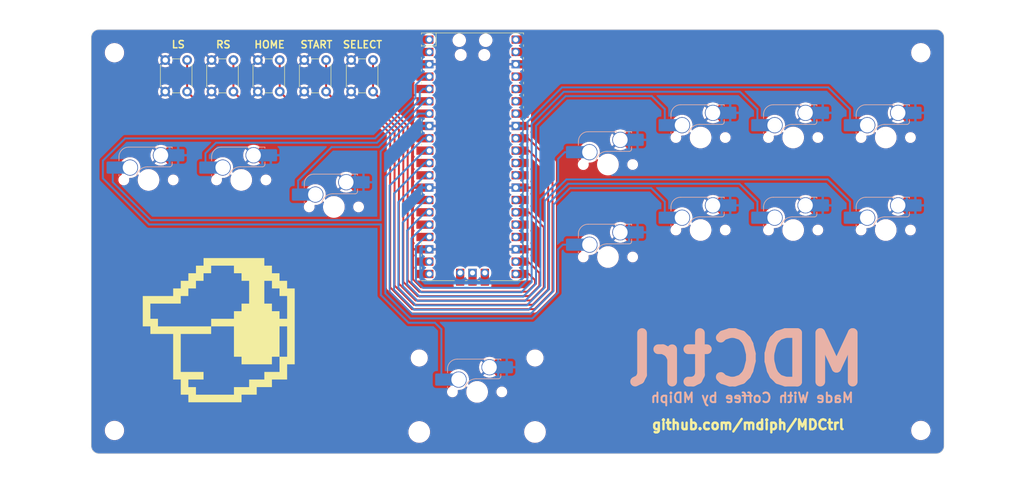
<source format=kicad_pcb>
(kicad_pcb (version 20221018) (generator pcbnew)
  (title_block (title "MDBox - Opens Source Fighting Game Controller") (date "2023-02-22") (rev "1") (company "MDiph"))
  (layers (0 "F.Cu" signal) (31 "B.Cu" signal) (34 "B.Paste" user) (35 "F.Paste" user) (36 "B.SilkS" user "B.Silkscreen") (37 "F.SilkS" user "F.Silkscreen") (38 "B.Mask" user) (39 "F.Mask" user) (44 "Edge.Cuts" user))
  (net 0 "")
  (net 1 "GND")
  (net 2 "B1")
  (net 5 "B2")
  (net 6 "R2")
  (net 7 "L2")
  (net 8 "B3")
  (net 9 "B4")
  (net 10 "R1")
  (net 11 "L1")
  (net 12 "LEFT")
  (net 13 "DOWN")
  (net 14 "RIGHT")
  (net 15 "UP")
  (net 18 "START")
  (net 19 "SELECT")
  (net 22 "HOME")
  (net 26 "RS Toggle")
  (net 27 "LS Toggle")
  (footprint "MountingHole:MountingHole_3.5mm" (layer "F.Cu") (at 67.46875 56.35625)
    (fp_text reference "H1" hide)
    (fp_text value "MountingHole")
    (pad "" np_thru_hole circle (at 0 0) (size 3.5 3.5) (drill 3.5) (layers "*.Cu" "*.Mask"))
  )
  (footprint "Button_Switch_THT:SW_PUSH_6mm_H5mm" (layer "F.Cu") (at 82.41875 57.86875 -90)
    (fp_text reference "SW17" hide)
    (fp_text value "SW_Omron_B3FS")
    (pad "1" thru_hole circle (at 0 0) (size 2 2) (drill 1.1) (layers "*.Cu" "*.Mask") (net 27 "LS Toggle"))
    (pad "1" thru_hole circle (at 6.5 0) (size 2 2) (drill 1.1) (layers "*.Cu" "*.Mask") (net 27 "LS Toggle"))
    (pad "2" thru_hole circle (at 0 4.5) (size 2 2) (drill 1.1) (layers "*.Cu" "*.Mask") (net 1 "GND"))
    (pad "2" thru_hole circle (at 6.5 4.5) (size 2 2) (drill 1.1) (layers "*.Cu" "*.Mask") (net 1 "GND"))
  )
  (footprint "MountingHole:MountingHole_3.5mm" (layer "F.Cu") (at 233.3625 134.14375)
    (fp_text reference "H3" hide)
    (fp_text value "MountingHole")
    (pad "" np_thru_hole circle (at 0 0) (size 3.5 3.5) (drill 3.5) (layers "*.Cu" "*.Mask"))
  )
  (footprint "MDBox-MAIN:test2" (layer "F.Cu") (at 90.4875 112.7125)
    (fp_text reference "G***" hide)
    (fp_text value "LOGO" hide)
  )
  (footprint "Button_Switch_THT:SW_PUSH_6mm_H5mm" (layer "F.Cu") (at 91.94375 57.86875 -90)
    (fp_text reference "SW16" hide)
    (fp_text value "SW_Omron_B3FS")
    (pad "1" thru_hole circle (at 0 0) (size 2 2) (drill 1.1) (layers "*.Cu" "*.Mask") (net 26 "RS Toggle"))
    (pad "1" thru_hole circle (at 6.5 0) (size 2 2) (drill 1.1) (layers "*.Cu" "*.Mask") (net 26 "RS Toggle"))
    (pad "2" thru_hole circle (at 0 4.5) (size 2 2) (drill 1.1) (layers "*.Cu" "*.Mask") (net 1 "GND"))
    (pad "2" thru_hole circle (at 6.5 4.5) (size 2 2) (drill 1.1) (layers "*.Cu" "*.Mask") (net 1 "GND"))
  )
  (footprint "MountingHole:MountingHole_3.5mm" (layer "F.Cu") (at 233.3625 56.35625)
    (fp_text reference "H4" hide)
    (fp_text value "MountingHole")
    (pad "" np_thru_hole circle (at 0 0) (size 3.5 3.5) (drill 3.5) (layers "*.Cu" "*.Mask"))
  )
  (footprint "marbastlib-mx:STAB_MX_2u" (layer "F.Cu") (at 142.08125 126.20625)
    (fp_text reference "S1" hide)
    (fp_text value "MX_stab")
    (pad "" np_thru_hole circle (at -11.90625 -6.985) (size 3.048 3.048) (drill 3.048) (layers "*.Cu" "*.Mask"))
    (pad "" np_thru_hole circle (at -11.90625 8.255) (size 3.9878 3.9878) (drill 3.9878) (layers "*.Cu" "*.Mask"))
    (pad "" np_thru_hole circle (at 11.90625 -6.985) (size 3.048 3.048) (drill 3.048) (layers "*.Cu" "*.Mask"))
    (pad "" np_thru_hole circle (at 11.90625 8.255) (size 3.9878 3.9878) (drill 3.9878) (layers "*.Cu" "*.Mask"))
  )
  (footprint "Button_Switch_THT:SW_PUSH_6mm_H5mm" (layer "F.Cu") (at 101.46875 57.86875 -90)
    (fp_text reference "SW15" hide)
    (fp_text value "SW_Omron_B3FS")
    (pad "1" thru_hole circle (at 0 0) (size 2 2) (drill 1.1) (layers "*.Cu" "*.Mask") (net 22 "HOME"))
    (pad "1" thru_hole circle (at 6.5 0) (size 2 2) (drill 1.1) (layers "*.Cu" "*.Mask") (net 22 "HOME"))
    (pad "2" thru_hole circle (at 0 4.5) (size 2 2) (drill 1.1) (layers "*.Cu" "*.Mask") (net 1 "GND"))
    (pad "2" thru_hole circle (at 6.5 4.5) (size 2 2) (drill 1.1) (layers "*.Cu" "*.Mask") (net 1 "GND"))
  )
  (footprint "Button_Switch_THT:SW_PUSH_6mm_H5mm" (layer "F.Cu") (at 111.0125 57.86875 -90)
    (fp_text reference "SW13" hide)
    (fp_text value "SW_Omron_B3FS")
    (pad "1" thru_hole circle (at 0 0) (size 2 2) (drill 1.1) (layers "*.Cu" "*.Mask") (net 18 "START"))
    (pad "1" thru_hole circle (at 6.5 0) (size 2 2) (drill 1.1) (layers "*.Cu" "*.Mask") (net 18 "START"))
    (pad "2" thru_hole circle (at 0 4.5) (size 2 2) (drill 1.1) (layers "*.Cu" "*.Mask") (net 1 "GND"))
    (pad "2" thru_hole circle (at 6.5 4.5) (size 2 2) (drill 1.1) (layers "*.Cu" "*.Mask") (net 1 "GND"))
  )
  (footprint "MCU_RaspberryPi_and_Boards:RPi_Pico_SMD_TH" (layer "F.Cu") (at 141.12875 77.7875)
    (fp_text reference "U1" hide)
    (fp_text value "Pico" hide)
    (pad "" np_thru_hole oval (at -2.725 -24) (size 1.8 1.8) (drill 1.8) (layers "*.Cu" "*.Mask"))
    (pad "" np_thru_hole oval (at -2.425 -20.97) (size 1.5 1.5) (drill 1.5) (layers "*.Cu" "*.Mask"))
    (pad "" np_thru_hole oval (at 2.425 -20.97) (size 1.5 1.5) (drill 1.5) (layers "*.Cu" "*.Mask"))
    (pad "" np_thru_hole oval (at 2.725 -24) (size 1.8 1.8) (drill 1.8) (layers "*.Cu" "*.Mask"))
    (pad "1" thru_hole oval (at -8.89 -24.13) (size 1.7 1.7) (drill 1.02) (layers "*.Cu" "*.Mask"))
    (pad "1" smd rect (at -8.89 -24.13) (size 3.5 1.7) (drill (offset -0.9 0)) (layers "F.Cu" "F.Mask"))
    (pad "2" thru_hole oval (at -8.89 -21.59) (size 1.7 1.7) (drill 1.02) (layers "*.Cu" "*.Mask"))
    (pad "2" smd rect (at -8.89 -21.59) (size 3.5 1.7) (drill (offset -0.9 0)) (layers "F.Cu" "F.Mask"))
    (pad "3" thru_hole rect (at -8.89 -19.05) (size 1.7 1.7) (drill 1.02) (layers "*.Cu" "*.Mask") (net 1 "GND"))
    (pad "3" smd rect (at -8.89 -19.05) (size 3.5 1.7) (drill (offset -0.9 0)) (layers "F.Cu" "F.Mask") (net 1 "GND"))
    (pad "4" thru_hole oval (at -8.89 -16.51) (size 1.7 1.7) (drill 1.02) (layers "*.Cu" "*.Mask") (net 15 "UP"))
    (pad "4" smd rect (at -8.89 -16.51) (size 3.5 1.7) (drill (offset -0.9 0)) (layers "F.Cu" "F.Mask") (net 15 "UP"))
    (pad "5" thru_hole oval (at -8.89 -13.97) (size 1.7 1.7) (drill 1.02) (layers "*.Cu" "*.Mask") (net 13 "DOWN"))
    (pad "5" smd rect (at -8.89 -13.97) (size 3.5 1.7) (drill (offset -0.9 0)) (layers "F.Cu" "F.Mask") (net 13 "DOWN"))
    (pad "6" thru_hole oval (at -8.89 -11.43) (size 1.7 1.7) (drill 1.02) (layers "*.Cu" "*.Mask") (net 14 "RIGHT"))
    (pad "6" smd rect (at -8.89 -11.43) (size 3.5 1.7) (drill (offset -0.9 0)) (layers "F.Cu" "F.Mask") (net 14 "RIGHT"))
    (pad "7" thru_hole oval (at -8.89 -8.89) (size 1.7 1.7) (drill 1.02) (layers "*.Cu" "*.Mask") (net 12 "LEFT"))
    (pad "7" smd rect (at -8.89 -8.89) (size 3.5 1.7) (drill (offset -0.9 0)) (layers "F.Cu" "F.Mask") (net 12 "LEFT"))
    (pad "8" thru_hole rect (at -8.89 -6.35) (size 1.7 1.7) (drill 1.02) (layers "*.Cu" "*.Mask") (net 1 "GND"))
    (pad "8" smd rect (at -8.89 -6.35) (size 3.5 1.7) (drill (offset -0.9 0)) (layers "F.Cu" "F.Mask") (net 1 "GND"))
    (pad "9" thru_hole oval (at -8.89 -3.81) (size 1.7 1.7) (drill 1.02) (layers "*.Cu" "*.Mask") (net 2 "B1"))
    (pad "9" smd rect (at -8.89 -3.81) (size 3.5 1.7) (drill (offset -0.9 0)) (layers "F.Cu" "F.Mask") (net 2 "B1"))
    (pad "10" thru_hole oval (at -8.89 -1.27) (size 1.7 1.7) (drill 1.02) (layers "*.Cu" "*.Mask") (net 5 "B2"))
    (pad "10" smd rect (at -8.89 -1.27) (size 3.5 1.7) (drill (offset -0.9 0)) (layers "F.Cu" "F.Mask") (net 5 "B2"))
    (pad "11" thru_hole oval (at -8.89 1.27) (size 1.7 1.7) (drill 1.02) (layers "*.Cu" "*.Mask") (net 6 "R2"))
    (pad "11" smd rect (at -8.89 1.27) (size 3.5 1.7) (drill (offset -0.9 0)) (layers "F.Cu" "F.Mask") (net 6 "R2"))
    (pad "12" thru_hole oval (at -8.89 3.81) (size 1.7 1.7) (drill 1.02) (layers "*.Cu" "*.Mask") (net 7 "L2"))
    (pad "12" smd rect (at -8.89 3.81) (size 3.5 1.7) (drill (offset -0.9 0)) (layers "F.Cu" "F.Mask") (net 7 "L2"))
    (pad "13" thru_hole rect (at -8.89 6.35) (size 1.7 1.7) (drill 1.02) (layers "*.Cu" "*.Mask") (net 1 "GND"))
    (pad "13" smd rect (at -8.89 6.35) (size 3.5 1.7) (drill (offset -0.9 0)) (layers "F.Cu" "F.Mask") (net 1 "GND"))
    (pad "14" thru_hole oval (at -8.89 8.89) (size 1.7 1.7) (drill 1.02) (layers "*.Cu" "*.Mask") (net 8 "B3"))
    (pad "14" smd rect (at -8.89 8.89) (size 3.5 1.7) (drill (offset -0.9 0)) (layers "F.Cu" "F.Mask") (net 8 "B3"))
    (pad "15" thru_hole oval (at -8.89 11.43) (size 1.7 1.7) (drill 1.02) (layers "*.Cu" "*.Mask") (net 9 "B4"))
    (pad "15" smd rect (at -8.89 11.43) (size 3.5 1.7) (drill (offset -0.9 0)) (layers "F.Cu" "F.Mask") (net 9 "B4"))
    (pad "16" thru_hole oval (at -8.89 13.97) (size 1.7 1.7) (drill 1.02) (layers "*.Cu" "*.Mask") (net 10 "R1"))
    (pad "16" smd rect (at -8.89 13.97) (size 3.5 1.7) (drill (offset -0.9 0)) (layers "F.Cu" "F.Mask") (net 10 "R1"))
    (pad "17" thru_hole oval (at -8.89 16.51) (size 1.7 1.7) (drill 1.02) (layers "*.Cu" "*.Mask") (net 11 "L1"))
    (pad "17" smd rect (at -8.89 16.51) (size 3.5 1.7) (drill (offset -0.9 0)) (layers "F.Cu" "F.Mask") (net 11 "L1"))
    (pad "18" thru_hole rect (at -8.89 19.05) (size 1.7 1.7) (drill 1.02) (layers "*.Cu" "*.Mask") (net 1 "GND"))
    (pad "18" smd rect (at -8.89 19.05) (size 3.5 1.7) (drill (offset -0.9 0)) (layers "F.Cu" "F.Mask") (net 1 "GND"))
    (pad "19" thru_hole oval (at -8.89 21.59) (size 1.7 1.7) (drill 1.02) (layers "*.Cu" "*.Mask"))
    (pad "19" smd rect (at -8.89 21.59) (size 3.5 1.7) (drill (offset -0.9 0)) (layers "F.Cu" "F.Mask"))
    (pad "20" thru_hole oval (at -8.89 24.13) (size 1.7 1.7) (drill 1.02) (layers "*.Cu" "*.Mask"))
    (pad "20" smd rect (at -8.89 24.13) (size 3.5 1.7) (drill (offset -0.9 0)) (layers "F.Cu" "F.Mask"))
    (pad "21" thru_hole oval (at 8.89 24.13) (size 1.7 1.7) (drill 1.02) (layers "*.Cu" "*.Mask") (net 19 "SELECT"))
    (pad "21" smd rect (at 8.89 24.13) (size 3.5 1.7) (drill (offset 0.9 0)) (layers "F.Cu" "F.Mask") (net 19 "SELECT"))
    (pad "22" thru_hole oval (at 8.89 21.59) (size 1.7 1.7) (drill 1.02) (layers "*.Cu" "*.Mask") (net 18 "START"))
    (pad "22" smd rect (at 8.89 21.59) (size 3.5 1.7) (drill (offset 0.9 0)) (layers "F.Cu" "F.Mask") (net 18 "START"))
    (pad "23" thru_hole rect (at 8.89 19.05) (size 1.7 1.7) (drill 1.02) (layers "*.Cu" "*.Mask") (net 1 "GND"))
    (pad "23" smd rect (at 8.89 19.05) (size 3.5 1.7) (drill (offset 0.9 0)) (layers "F.Cu" "F.Mask") (net 1 "GND"))
    (pad "24" thru_hole oval (at 8.89 16.51) (size 1.7 1.7) (drill 1.02) (layers "*.Cu" "*.Mask"))
    (pad "24" smd rect (at 8.89 16.51) (size 3.5 1.7) (drill (offset 0.9 0)) (layers "F.Cu" "F.Mask"))
    (pad "25" thru_hole oval (at 8.89 13.97) (size 1.7 1.7) (drill 1.02) (layers "*.Cu" "*.Mask"))
    (pad "25" smd rect (at 8.89 13.97) (size 3.5 1.7) (drill (offset 0.9 0)) (layers "F.Cu" "F.Mask"))
    (pad "26" thru_hole oval (at 8.89 11.43) (size 1.7 1.7) (drill 1.02) (layers "*.Cu" "*.Mask") (net 22 "HOME"))
    (pad "26" smd rect (at 8.89 11.43) (size 3.5 1.7) (drill (offset 0.9 0)) (layers "F.Cu" "F.Mask") (net 22 "HOME"))
    (pad "27" thru_hole oval (at 8.89 8.89) (size 1.7 1.7) (drill 1.02) (layers "*.Cu" "*.Mask"))
    (pad "27" smd rect (at 8.89 8.89) (size 3.5 1.7) (drill (offset 0.9 0)) (layers "F.Cu" "F.Mask"))
    (pad "28" thru_hole rect (at 8.89 6.35) (size 1.7 1.7) (drill 1.02) (layers "*.Cu" "*.Mask") (net 1 "GND"))
    (pad "28" smd rect (at 8.89 6.35) (size 3.5 1.7) (drill (offset 0.9 0)) (layers "F.Cu" "F.Mask") (net 1 "GND"))
    (pad "29" thru_hole oval (at 8.89 3.81) (size 1.7 1.7) (drill 1.02) (layers "*.Cu" "*.Mask"))
    (pad "29" smd rect (at 8.89 3.81) (size 3.5 1.7) (drill (offset 0.9 0)) (layers "F.Cu" "F.Mask"))
    (pad "30" thru_hole oval (at 8.89 1.27) (size 1.7 1.7) (drill 1.02) (layers "*.Cu" "*.Mask"))
    (pad "30" smd rect (at 8.89 1.27) (size 3.5 1.7) (drill (offset 0.9 0)) (layers "F.Cu" "F.Mask"))
    (pad "31" thru_hole oval (at 8.89 -1.27) (size 1.7 1.7) (drill 1.02) (layers "*.Cu" "*.Mask") (net 26 "RS Toggle"))
    (pad "31" smd rect (at 8.89 -1.27) (size 3.5 1.7) (drill (offset 0.9 0)) (layers "F.Cu" "F.Mask") (net 26 "RS Toggle"))
    (pad "32" thru_hole oval (at 8.89 -3.81) (size 1.7 1.7) (drill 1.02) (layers "*.Cu" "*.Mask") (net 27 "LS Toggle"))
    (pad "32" smd rect (at 8.89 -3.81) (size 3.5 1.7) (drill (offset 0.9 0)) (layers "F.Cu" "F.Mask") (net 27 "LS Toggle"))
    (pad "33" thru_hole rect (at 8.89 -6.35) (size 1.7 1.7) (drill 1.02) (layers "*.Cu" "*.Mask") (net 1 "GND"))
    (pad "33" smd rect (at 8.89 -6.35) (size 3.5 1.7) (drill (offset 0.9 0)) (layers "F.Cu" "F.Mask") (net 1 "GND"))
    (pad "34" thru_hole oval (at 8.89 -8.89) (size 1.7 1.7) (drill 1.02) (layers "*.Cu" "*.Mask"))
    (pad "34" smd rect (at 8.89 -8.89) (size 3.5 1.7) (drill (offset 0.9 0)) (layers "F.Cu" "F.Mask"))
    (pad "35" thru_hole oval (at 8.89 -11.43) (size 1.7 1.7) (drill 1.02) (layers "*.Cu" "*.Mask"))
    (pad "35" smd rect (at 8.89 -11.43) (size 3.5 1.7) (drill (offset 0.9 0)) (layers "F.Cu" "F.Mask"))
    (pad "36" thru_hole oval (at 8.89 -13.97) (size 1.7 1.7) (drill 1.02) (layers "*.Cu" "*.Mask"))
    (pad "36" smd rect (at 8.89 -13.97) (size 3.5 1.7) (drill (offset 0.9 0)) (layers "F.Cu" "F.Mask"))
    (pad "37" thru_hole oval (at 8.89 -16.51) (size 1.7 1.7) (drill 1.02) (layers "*.Cu" "*.Mask"))
    (pad "37" smd rect (at 8.89 -16.51) (size 3.5 1.7) (drill (offset 0.9 0)) (layers "F.Cu" "F.Mask"))
    (pad "38" thru_hole rect (at 8.89 -19.05) (size 1.7 1.7) (drill 1.02) (layers "*.Cu" "*.Mask") (net 1 "GND"))
    (pad "38" smd rect (at 8.89 -19.05) (size 3.5 1.7) (drill (offset 0.9 0)) (layers "F.Cu" "F.Mask") (net 1 "GND"))
    (pad "39" thru_hole oval (at 8.89 -21.59) (size 1.7 1.7) (drill 1.02) (layers "*.Cu" "*.Mask"))
    (pad "39" smd rect (at 8.89 -21.59) (size 3.5 1.7) (drill (offset 0.9 0)) (layers "F.Cu" "F.Mask"))
    (pad "40" thru_hole oval (at 8.89 -24.13) (size 1.7 1.7) (drill 1.02) (layers "*.Cu" "*.Mask"))
    (pad "40" smd rect (at 8.89 -24.13) (size 3.5 1.7) (drill (offset 0.9 0)) (layers "F.Cu" "F.Mask"))
    (pad "41" thru_hole oval (at -2.54 23.9) (size 1.7 1.7) (drill 1.02) (layers "*.Cu" "*.Mask"))
    (pad "41" smd rect (at -2.54 23.9 90) (size 3.5 1.7) (drill (offset -0.9 0)) (layers "F.Cu" "F.Mask"))
    (pad "42" thru_hole rect (at 0 23.9) (size 1.7 1.7) (drill 1.02) (layers "*.Cu" "*.Mask"))
    (pad "42" smd rect (at 0 23.9 90) (size 3.5 1.7) (drill (offset -0.9 0)) (layers "F.Cu" "F.Mask"))
    (pad "43" thru_hole oval (at 2.54 23.9) (size 1.7 1.7) (drill 1.02) (layers "*.Cu" "*.Mask"))
    (pad "43" smd rect (at 2.54 23.9 90) (size 3.5 1.7) (drill (offset -0.9 0)) (layers "F.Cu" "F.Mask"))
  )
  (footprint "Button_Switch_THT:SW_PUSH_6mm_H5mm" (layer "F.Cu") (at 120.66875 57.86875 -90)
    (fp_text reference "SW14" hide)
    (fp_text value "SW_Omron_B3FS")
    (pad "1" thru_hole circle (at 0 0) (size 2 2) (drill 1.1) (layers "*.Cu" "*.Mask") (net 19 "SELECT"))
    (pad "1" thru_hole circle (at 6.5 0) (size 2 2) (drill 1.1) (layers "*.Cu" "*.Mask") (net 19 "SELECT"))
    (pad "2" thru_hole circle (at 0 4.5) (size 2 2) (drill 1.1) (layers "*.Cu" "*.Mask") (net 1 "GND"))
    (pad "2" thru_hole circle (at 6.5 4.5) (size 2 2) (drill 1.1) (layers "*.Cu" "*.Mask") (net 1 "GND"))
  )
  (footprint "MountingHole:MountingHole_3.5mm" (layer "F.Cu") (at 67.46875 134.14375)
    (fp_text reference "H2" hide)
    (fp_text value "MountingHole")
    (pad "" np_thru_hole circle (at 0 0) (size 3.5 3.5) (drill 3.5) (layers "*.Cu" "*.Mask"))
  )
  (footprint "marbastlib-mx:SW_MX_HS_1u" (layer "B.Cu") (at 169 98.425 180)
    (fp_text reference "SW1" hide)
    (fp_text value "MX_SW_HS" hide)
    (pad "" np_thru_hole circle (at -5.08 0 180) (size 1.75 1.75) (drill 1.75) (layers "*.Cu" "*.Mask"))
    (pad "" np_thru_hole circle (at 0 0 180) (size 3.9878 3.9878) (drill 3.9878) (layers "*.Cu" "*.Mask"))
    (pad "" np_thru_hole circle (at 5.08 0 180) (size 1.75 1.75) (drill 1.75) (layers "*.Cu" "*.Mask"))
    (pad "1" thru_hole circle (at 3.81 2.54 180) (size 3.3 3.3) (drill 3) (layers "*.Cu" "*.Mask") (net 2 "B1"))
    (pad "1" smd rect (at 5.635 2.54) (size 1.65 2.5) (layers "B.Cu") (net 2 "B1"))
    (pad "1" smd roundrect (at 7.36 2.54 180) (size 2.55 2.5) (layers "B.Cu" "B.Paste" "B.Mask") (roundrect_rratio 0.1) (net 2 "B1"))
    (pad "2" smd roundrect (at -6.09 5.08 180) (size 2.55 2.5) (layers "B.Cu" "B.Paste" "B.Mask") (roundrect_rratio 0.1) (net 1 "GND"))
    (pad "2" smd rect (at -4.34 5.08 180) (size 1.65 2.5) (layers "B.Cu") (net 1 "GND"))
    (pad "2" thru_hole circle (at -2.54 5.08 180) (size 3.3 3.3) (drill 3) (layers "*.Cu" "*.Mask") (net 1 "GND"))
  )
  (footprint "marbastlib-mx:SW_MX_HS_1u" (layer "B.Cu") (at 74.48 82.55 180)
    (fp_text reference "SW9" hide)
    (fp_text value "MX_SW_HS" hide)
    (pad "" np_thru_hole circle (at -5.08 0 180) (size 1.75 1.75) (drill 1.75) (layers "*.Cu" "*.Mask"))
    (pad "" np_thru_hole circle (at 0 0 180) (size 3.9878 3.9878) (drill 3.9878) (layers "*.Cu" "*.Mask"))
    (pad "" np_thru_hole circle (at 5.08 0 180) (size 1.75 1.75) (drill 1.75) (layers "*.Cu" "*.Mask"))
    (pad "1" thru_hole circle (at 3.81 2.54 180) (size 3.3 3.3) (drill 3) (layers "*.Cu" "*.Mask") (net 12 "LEFT"))
    (pad "1" smd rect (at 5.635 2.54) (size 1.65 2.5) (layers "B.Cu") (net 12 "LEFT"))
    (pad "1" smd roundrect (at 7.36 2.54 180) (size 2.55 2.5) (layers "B.Cu" "B.Paste" "B.Mask") (roundrect_rratio 0.1) (net 12 "LEFT"))
    (pad "2" smd roundrect (at -6.09 5.08 180) (size 2.55 2.5) (layers "B.Cu" "B.Paste" "B.Mask") (roundrect_rratio 0.1) (net 1 "GND"))
    (pad "2" smd rect (at -4.34 5.08 180) (size 1.65 2.5) (layers "B.Cu") (net 1 "GND"))
    (pad "2" thru_hole circle (at -2.54 5.08 180) (size 3.3 3.3) (drill 3) (layers "*.Cu" "*.Mask") (net 1 "GND"))
  )
  (footprint "marbastlib-mx:SW_MX_HS_1u" (layer "B.Cu") (at 226.15 92.86875 180)
    (fp_text reference "SW4" hide)
    (fp_text value "MX_SW_HS" hide)
    (pad "" np_thru_hole circle (at -5.08 0 180) (size 1.75 1.75) (drill 1.75) (layers "*.Cu" "*.Mask"))
    (pad "" np_thru_hole circle (at 0 0 180) (size 3.9878 3.9878) (drill 3.9878) (layers "*.Cu" "*.Mask"))
    (pad "" np_thru_hole circle (at 5.08 0 180) (size 1.75 1.75) (drill 1.75) (layers "*.Cu" "*.Mask"))
    (pad "1" thru_hole circle (at 3.81 2.54 180) (size 3.3 3.3) (drill 3) (layers "*.Cu" "*.Mask") (net 7 "L2"))
    (pad "1" smd rect (at 5.635 2.54) (size 1.65 2.5) (layers "B.Cu") (net 7 "L2"))
    (pad "1" smd roundrect (at 7.36 2.54 180) (size 2.55 2.5) (layers "B.Cu" "B.Paste" "B.Mask") (roundrect_rratio 0.1) (net 7 "L2"))
    (pad "2" smd roundrect (at -6.09 5.08 180) (size 2.55 2.5) (layers "B.Cu" "B.Paste" "B.Mask") (roundrect_rratio 0.1) (net 1 "GND"))
    (pad "2" smd rect (at -4.34 5.08 180) (size 1.65 2.5) (layers "B.Cu") (net 1 "GND"))
    (pad "2" thru_hole circle (at -2.54 5.08 180) (size 3.3 3.3) (drill 3) (layers "*.Cu" "*.Mask") (net 1 "GND"))
  )
  (footprint "marbastlib-mx:SW_MX_HS_1u" (layer "B.Cu") (at 169 79.375 180)
    (fp_text reference "SW5" hide)
    (fp_text value "MX_SW_HS" hide)
    (pad "" np_thru_hole circle (at -5.08 0 180) (size 1.75 1.75) (drill 1.75) (layers "*.Cu" "*.Mask"))
    (pad "" np_thru_hole circle (at 0 0 180) (size 3.9878 3.9878) (drill 3.9878) (layers "*.Cu" "*.Mask"))
    (pad "" np_thru_hole circle (at 5.08 0 180) (size 1.75 1.75) (drill 1.75) (layers "*.Cu" "*.Mask"))
    (pad "1" thru_hole circle (at 3.81 2.54 180) (size 3.3 3.3) (drill 3) (layers "*.Cu" "*.Mask") (net 8 "B3"))
    (pad "1" smd rect (at 5.635 2.54) (size 1.65 2.5) (layers "B.Cu") (net 8 "B3"))
    (pad "1" smd roundrect (at 7.36 2.54 180) (size 2.55 2.5) (layers "B.Cu" "B.Paste" "B.Mask") (roundrect_rratio 0.1) (net 8 "B3"))
    (pad "2" smd roundrect (at -6.09 5.08 180) (size 2.55 2.5) (layers "B.Cu" "B.Paste" "B.Mask") (roundrect_rratio 0.1) (net 1 "GND"))
    (pad "2" smd rect (at -4.34 5.08 180) (size 1.65 2.5) (layers "B.Cu") (net 1 "GND"))
    (pad "2" thru_hole circle (at -2.54 5.08 180) (size 3.3 3.3) (drill 3) (layers "*.Cu" "*.Mask") (net 1 "GND"))
  )
  (footprint "marbastlib-mx:SW_MX_HS_1u" (layer "B.Cu") (at 112.61 88.10625 180)
    (fp_text reference "SW11" hide)
    (fp_text value "MX_SW_HS" hide)
    (pad "" np_thru_hole circle (at -5.08 0 180) (size 1.75 1.75) (drill 1.75) (layers "*.Cu" "*.Mask"))
    (pad "" np_thru_hole circle (at 0 0 180) (size 3.9878 3.9878) (drill 3.9878) (layers "*.Cu" "*.Mask"))
    (pad "" np_thru_hole circle (at 5.08 0 180) (size 1.75 1.75) (drill 1.75) (layers "*.Cu" "*.Mask"))
    (pad "1" thru_hole circle (at 3.81 2.54 180) (size 3.3 3.3) (drill 3) (layers "*.Cu" "*.Mask") (net 14 "RIGHT"))
    (pad "1" smd rect (at 5.635 2.54) (size 1.65 2.5) (layers "B.Cu") (net 14 "RIGHT"))
    (pad "1" smd roundrect (at 7.36 2.54 180) (size 2.55 2.5) (layers "B.Cu" "B.Paste" "B.Mask") (roundrect_rratio 0.1) (net 14 "RIGHT"))
    (pad "2" smd roundrect (at -6.09 5.08 180) (size 2.55 2.5) (layers "B.Cu" "B.Paste" "B.Mask") (roundrect_rratio 0.1) (net 1 "GND"))
    (pad "2" smd rect (at -4.34 5.08 180) (size 1.65 2.5) (layers "B.Cu") (net 1 "GND"))
    (pad "2" thru_hole circle (at -2.54 5.08 180) (size 3.3 3.3) (drill 3) (layers "*.Cu" "*.Mask") (net 1 "GND"))
  )
  (footprint "marbastlib-mx:SW_MX_HS_1u" (layer "B.Cu") (at 207.1 73.81875 180)
    (fp_text reference "SW7" hide)
    (fp_text value "MX_SW_HS" hide)
    (pad "" np_thru_hole circle (at -5.08 0 180) (size 1.75 1.75) (drill 1.75) (layers "*.Cu" "*.Mask"))
    (pad "" np_thru_hole circle (at 0 0 180) (size 3.9878 3.9878) (drill 3.9878) (layers "*.Cu" "*.Mask"))
    (pad "" np_thru_hole circle (at 5.08 0 180) (size 1.75 1.75) (drill 1.75) (layers "*.Cu" "*.Mask"))
    (pad "1" thru_hole circle (at 3.81 2.54 180) (size 3.3 3.3) (drill 3) (layers "*.Cu" "*.Mask") (net 10 "R1"))
    (pad "1" smd rect (at 5.635 2.54) (size 1.65 2.5) (layers "B.Cu") (net 10 "R1"))
    (pad "1" smd roundrect (at 7.36 2.54 180) (size 2.55 2.5) (layers "B.Cu" "B.Paste" "B.Mask") (roundrect_rratio 0.1) (net 10 "R1"))
    (pad "2" smd roundrect (at -6.09 5.08 180) (size 2.55 2.5) (layers "B.Cu" "B.Paste" "B.Mask") (roundrect_rratio 0.1) (net 1 "GND"))
    (pad "2" smd rect (at -4.34 5.08 180) (size 1.65 2.5) (layers "B.Cu") (net 1 "GND"))
    (pad "2" thru_hole circle (at -2.54 5.08 180) (size 3.3 3.3) (drill 3) (layers "*.Cu" "*.Mask") (net 1 "GND"))
  )
  (footprint "marbastlib-mx:SW_MX_HS_1u" (layer "B.Cu") (at 188.05 73.81875 180)
    (fp_text reference "SW6" hide)
    (fp_text value "MX_SW_HS" hide)
    (pad "" np_thru_hole circle (at -5.08 0 180) (size 1.75 1.75) (drill 1.75) (layers "*.Cu" "*.Mask"))
    (pad "" np_thru_hole circle (at 0 0 180) (size 3.9878 3.9878) (drill 3.9878) (layers "*.Cu" "*.Mask"))
    (pad "" np_thru_hole circle (at 5.08 0 180) (size 1.75 1.75) (drill 1.75) (layers "*.Cu" "*.Mask"))
    (pad "1" thru_hole circle (at 3.81 2.54 180) (size 3.3 3.3) (drill 3) (layers "*.Cu" "*.Mask") (net 9 "B4"))
    (pad "1" smd rect (at 5.635 2.54) (size 1.65 2.5) (layers "B.Cu") (net 9 "B4"))
    (pad "1" smd roundrect (at 7.36 2.54 180) (size 2.55 2.5) (layers "B.Cu" "B.Paste" "B.Mask") (roundrect_rratio 0.1) (net 9 "B4"))
    (pad "2" smd roundrect (at -6.09 5.08 180) (size 2.55 2.5) (layers "B.Cu" "B.Paste" "B.Mask") (roundrect_rratio 0.1) (net 1 "GND"))
    (pad "2" smd rect (at -4.34 5.08 180) (size 1.65 2.5) (layers "B.Cu") (net 1 "GND"))
    (pad "2" thru_hole circle (at -2.54 5.08 180) (size 3.3 3.3) (drill 3) (layers "*.Cu" "*.Mask") (net 1 "GND"))
  )
  (footprint "marbastlib-mx:SW_MX_HS_1u" (layer "B.Cu") (at 93.55 82.55 180)
    (fp_text reference "SW10" hide)
    (fp_text value "MX_SW_HS" hide)
    (pad "" np_thru_hole circle (at -5.08 0 180) (size 1.75 1.75) (drill 1.75) (layers "*.Cu" "*.Mask"))
    (pad "" np_thru_hole circle (at 0 0 180) (size 3.9878 3.9878) (drill 3.9878) (layers "*.Cu" "*.Mask"))
    (pad "" np_thru_hole circle (at 5.08 0 180) (size 1.75 1.75) (drill 1.75) (layers "*.Cu" "*.Mask"))
    (pad "1" thru_hole circle (at 3.81 2.54 180) (size 3.3 3.3) (drill 3) (layers "*.Cu" "*.Mask") (net 13 "DOWN"))
    (pad "1" smd rect (at 5.635 2.54) (size 1.65 2.5) (layers "B.Cu") (net 13 "DOWN"))
    (pad "1" smd roundrect (at 7.36 2.54 180) (size 2.55 2.5) (layers "B.Cu" "B.Paste" "B.Mask") (roundrect_rratio 0.1) (net 13 "DOWN"))
    (pad "2" smd roundrect (at -6.09 5.08 180) (size 2.55 2.5) (layers "B.Cu" "B.Paste" "B.Mask") (roundrect_rratio 0.1) (net 1 "GND"))
    (pad "2" smd rect (at -4.34 5.08 180) (size 1.65 2.5) (layers "B.Cu") (net 1 "GND"))
    (pad "2" thru_hole circle (at -2.54 5.08 180) (size 3.3 3.3) (drill 3) (layers "*.Cu" "*.Mask") (net 1 "GND"))
  )
  (footprint "marbastlib-mx:SW_MX_HS_1u" (layer "B.Cu") (at 142.08125 126.20625 180)
    (fp_text reference "SW12" hide)
    (fp_text value "MX_SW_HS" hide)
    (pad "" np_thru_hole circle (at -5.08 0 180) (size 1.75 1.75) (drill 1.75) (layers "*.Cu" "*.Mask"))
    (pad "" np_thru_hole circle (at 0 0 180) (size 3.9878 3.9878) (drill 3.9878) (layers "*.Cu" "*.Mask"))
    (pad "" np_thru_hole circle (at 5.08 0 180) (size 1.75 1.75) (drill 1.75) (layers "*.Cu" "*.Mask"))
    (pad "1" thru_hole circle (at 3.81 2.54 180) (size 3.3 3.3) (drill 3) (layers "*.Cu" "*.Mask") (net 15 "UP"))
    (pad "1" smd rect (at 5.635 2.54) (size 1.65 2.5) (layers "B.Cu") (net 15 "UP"))
    (pad "1" smd roundrect (at 7.36 2.54 180) (size 2.55 2.5) (layers "B.Cu" "B.Paste" "B.Mask") (roundrect_rratio 0.1) (net 15 "UP"))
    (pad "2" smd roundrect (at -6.09 5.08 180) (size 2.55 2.5) (layers "B.Cu" "B.Paste" "B.Mask") (roundrect_rratio 0.1) (net 1 "GND"))
    (pad "2" smd rect (at -4.34 5.08 180) (size 1.65 2.5) (layers "B.Cu") (net 1 "GND"))
    (pad "2" thru_hole circle (at -2.54 5.08 180) (size 3.3 3.3) (drill 3) (layers "*.Cu" "*.Mask") (net 1 "GND"))
  )
  (footprint "marbastlib-mx:SW_MX_HS_1u" (layer "B.Cu") (at 188.05 92.86875 180)
    (fp_text reference "SW2" hide)
    (fp_text value "MX_SW_HS" hide)
    (pad "" np_thru_hole circle (at -5.08 0 180) (size 1.75 1.75) (drill 1.75) (layers "*.Cu" "*.Mask"))
    (pad "" np_thru_hole circle (at 0 0 180) (size 3.9878 3.9878) (drill 3.9878) (layers "*.Cu" "*.Mask"))
    (pad "" np_thru_hole circle (at 5.08 0 180) (size 1.75 1.75) (drill 1.75) (layers "*.Cu" "*.Mask"))
    (pad "1" thru_hole circle (at 3.81 2.54 180) (size 3.3 3.3) (drill 3) (layers "*.Cu" "*.Mask") (net 5 "B2"))
    (pad "1" smd rect (at 5.635 2.54) (size 1.65 2.5) (layers "B.Cu") (net 5 "B2"))
    (pad "1" smd roundrect (at 7.36 2.54 180) (size 2.55 2.5) (layers "B.Cu" "B.Paste" "B.Mask") (roundrect_rratio 0.1) (net 5 "B2"))
    (pad "2" smd roundrect (at -6.09 5.08 180) (size 2.55 2.5) (layers "B.Cu" "B.Paste" "B.Mask") (roundrect_rratio 0.1) (net 1 "GND"))
    (pad "2" smd rect (at -4.34 5.08 180) (size 1.65 2.5) (layers "B.Cu") (net 1 "GND"))
    (pad "2" thru_hole circle (at -2.54 5.08 180) (size 3.3 3.3) (drill 3) (layers "*.Cu" "*.Mask") (net 1 "GND"))
  )
  (footprint "marbastlib-mx:SW_MX_HS_1u" (layer "B.Cu") (at 226.15 73.81875 180)
    (fp_text reference "SW8" hide)
    (fp_text value "MX_SW_HS" hide)
    (pad "" np_thru_hole circle (at -5.08 0 180) (size 1.75 1.75) (drill 1.75) (layers "*.Cu" "*.Mask"))
    (pad "" np_thru_hole circle (at 0 0 180) (size 3.9878 3.9878) (drill 3.9878) (layers "*.Cu" "*.Mask"))
    (pad "" np_thru_hole circle (at 5.08 0 180) (size 1.75 1.75) (drill 1.75) (layers "*.Cu" "*.Mask"))
    (pad "1" thru_hole circle (at 3.81 2.54 180) (size 3.3 3.3) (drill 3) (layers "*.Cu" "*.Mask") (net 11 "L1"))
    (pad "1" smd rect (at 5.635 2.54) (size 1.65 2.5) (layers "B.Cu") (net 11 "L1"))
    (pad "1" smd roundrect (at 7.36 2.54 180) (size 2.55 2.5) (layers "B.Cu" "B.Paste" "B.Mask") (roundrect_rratio 0.1) (net 11 "L1"))
    (pad "2" smd roundrect (at -6.09 5.08 180) (size 2.55 2.5) (layers "B.Cu" "B.Paste" "B.Mask") (roundrect_rratio 0.1) (net 1 "GND"))
    (pad "2" smd rect (at -4.34 5.08 180) (size 1.65 2.5) (layers "B.Cu") (net 1 "GND"))
    (pad "2" thru_hole circle (at -2.54 5.08 180) (size 3.3 3.3) (drill 3) (layers "*.Cu" "*.Mask") (net 1 "GND"))
  )
  (footprint "marbastlib-mx:SW_MX_HS_1u" (layer "B.Cu") (at 207.1 92.86875 180)
    (fp_text reference "SW3" hide)
    (fp_text value "MX_SW_HS" hide)
    (pad "" np_thru_hole circle (at -5.08 0 180) (size 1.75 1.75) (drill 1.75) (layers "*.Cu" "*.Mask"))
    (pad "" np_thru_hole circle (at 0 0 180) (size 3.9878 3.9878) (drill 3.9878) (layers "*.Cu" "*.Mask"))
    (pad "" np_thru_hole circle (at 5.08 0 180) (size 1.75 1.75) (drill 1.75) (layers "*.Cu" "*.Mask"))
    (pad "1" thru_hole circle (at 3.81 2.54 180) (size 3.3 3.3) (drill 3) (layers "*.Cu" "*.Mask") (net 6 "R2"))
    (pad "1" smd rect (at 5.635 2.54) (size 1.65 2.5) (layers "B.Cu") (net 6 "R2"))
    (pad "1" smd roundrect (at 7.36 2.54 180) (size 2.55 2.5) (layers "B.Cu" "B.Paste" "B.Mask") (roundrect_rratio 0.1) (net 6 "R2"))
    (pad "2" smd roundrect (at -6.09 5.08 180) (size 2.55 2.5) (layers "B.Cu" "B.Paste" "B.Mask") (roundrect_rratio 0.1) (net 1 "GND"))
    (pad "2" smd rect (at -4.34 5.08 180) (size 1.65 2.5) (layers "B.Cu") (net 1 "GND"))
    (pad "2" thru_hole circle (at -2.54 5.08 180) (size 3.3 3.3) (drill 3) (layers "*.Cu" "*.Mask") (net 1 "GND"))
  )
  (gr_line (start 127.79375 51.59375) (end 236.5375 51.59375) (stroke (width 0.1)) (layer "Edge.Cuts"))
  (gr_line (start 62.70625 137.31875) (end 62.70625 53.18125) (stroke (width 0.1)) (layer "Edge.Cuts"))
  (gr_arc (start 62.70625 53.18125) (mid 63.171218 52.058718) (end 64.29375 51.59375) (stroke (width 0.1)) (layer "Edge.Cuts"))
  (gr_arc (start 236.5375 51.59375) (mid 237.660032 52.058718) (end 238.125 53.18125) (stroke (width 0.1)) (layer "Edge.Cuts"))
  (gr_line (start 238.125 53.18125) (end 238.125 137.31875) (stroke (width 0.1)) (layer "Edge.Cuts"))
  (gr_arc (start 64.29375 138.90625) (mid 63.171218 138.441282) (end 62.70625 137.31875) (stroke (width 0.1)) (layer "Edge.Cuts"))
  (gr_line (start 236.5375 138.90625) (end 64.29375 138.90625) (stroke (width 0.1)) (layer "Edge.Cuts"))
  (gr_line (start 64.29375 51.59375) (end 127.79375 51.59375) (stroke (width 0.1)) (layer "Edge.Cuts"))
  (gr_arc (start 238.125 137.31875) (mid 237.660032 138.441282) (end 236.5375 138.90625) (stroke (width 0.1)) (layer "Edge.Cuts"))
  (gr_text "MDCtrl" (at 223.04375 125.4125) (layer "B.SilkS") (effects (font (size 10 10) (thickness 2) bold) (justify left bottom mirror)))
  (gr_text "Made With Coffee by MDiph\n" (at 198.65 128.5875) (layer "B.SilkS") (effects (font (size 2 2) (thickness 0.4) bold) (justify bottom mirror)))
  (gr_text "HOME" (at 96.06875 55.5625) (layer "F.SilkS") (effects (font (size 1.5 1.5) (thickness 0.3) bold) (justify left bottom)))
  (gr_text "SELECT" (at 114.3 55.5625) (layer "F.SilkS") (effects (font (size 1.5 1.5) (thickness 0.3) bold) (justify left bottom)))
  (gr_text "LS" (at 79.08125 55.5375) (layer "F.SilkS") (effects (font (size 1.5 1.5) (thickness 0.3) bold) (justify left bottom)))
  (gr_text "START" (at 105.56875 55.5625) (layer "F.SilkS") (effects (font (size 1.5 1.5) (thickness 0.3) bold) (justify left bottom)))
  (gr_text "github.com/mdiph/MDCtrl" (at 177.8 134.14375) (layer "F.SilkS") (effects (font (size 2 2) (thickness 0.5) bold) (justify left bottom)))
  (gr_text "RS" (at 88.20625 55.5625) (layer "F.SilkS") (effects (font (size 1.5 1.5) (thickness 0.3) bold) (justify left bottom)))
  (segment (start 131.124708 73.9775) (end 132.23875 73.9775) (width 0.4) (layer "B.Cu") (net 2))
  (segment (start 159.7025 95.885) (end 158.75 96.8375) (width 0.4) (layer "B.Cu") (net 2))
  (segment (start 158.75 96.8375) (end 158.75 105.747044) (width 0.4) (layer "B.Cu") (net 2))
  (segment (start 123.1875 81.914708) (end 131.124708 73.9775) (width 0.4) (layer "B.Cu") (net 2))
  (segment (start 158.75 105.747044) (end 153.422044 111.075) (width 0.4) (layer "B.Cu") (net 2))
  (segment (start 153.422044 111.075) (end 128.359206 111.075) (width 0.4) (layer "B.Cu") (net 2))
  (segment (start 128.359206 111.075) (end 123.1875 105.903294) (width 0.4) (layer "B.Cu") (net 2))
  (segment (start 123.1875 105.903294) (end 123.1875 81.914708) (width 0.4) (layer "B.Cu") (net 2))
  (segment (start 161.64 95.885) (end 159.7025 95.885) (width 0.4) (layer "B.Cu") (net 2))
  (segment (start 180.69 90.32875) (end 180.69 87.0275) (width 0.4) (layer "B.Cu") (net 5))
  (segment (start 157.8 87.633084) (end 157.8 105.424252) (width 0.4) (layer "B.Cu") (net 5))
  (segment (start 161.189334 84.24375) (end 157.8 87.633084) (width 0.4) (layer "B.Cu") (net 5))
  (segment (start 180.69 87.0275) (end 177.90625 84.24375) (width 0.4) (layer "B.Cu") (net 5))
  (segment (start 124.0875 105.530502) (end 124.0875 83.710666) (width 0.4) (layer "B.Cu") (net 5))
  (segment (start 131.280666 76.5175) (end 132.23875 76.5175) (width 0.4) (layer "B.Cu") (net 5))
  (segment (start 177.90625 84.24375) (end 161.189334 84.24375) (width 0.4) (layer "B.Cu") (net 5))
  (segment (start 153.049252 110.175) (end 128.731998 110.175) (width 0.4) (layer "B.Cu") (net 5))
  (segment (start 124.0875 83.710666) (end 131.280666 76.5175) (width 0.4) (layer "B.Cu") (net 5))
  (segment (start 128.731998 110.175) (end 124.0875 105.530502) (width 0.4) (layer "B.Cu") (net 5))
  (segment (start 157.8 105.424252) (end 153.049252 110.175) (width 0.4) (layer "B.Cu") (net 5))
  (segment (start 156.9 105.05146) (end 152.67646 109.275) (width 0.4) (layer "B.Cu") (net 6))
  (segment (start 156.9 87.260292) (end 156.9 105.05146) (width 0.4) (layer "B.Cu") (net 6))
  (segment (start 129.10479 109.275) (end 124.9875 105.15771) (width 0.4) (layer "B.Cu") (net 6))
  (segment (start 199.74 90.32875) (end 199.74 87.0275) (width 0.4) (layer "B.Cu") (net 6))
  (segment (start 160.816542 83.34375) (end 156.9 87.260292) (width 0.4) (layer "B.Cu") (net 6))
  (segment (start 124.9875 85.35625) (end 131.28625 79.0575) (width 0.4) (layer "B.Cu") (net 6))
  (segment (start 196.05625 83.34375) (end 160.816542 83.34375) (width 0.4) (layer "B.Cu") (net 6))
  (segment (start 199.74 87.0275) (end 196.05625 83.34375) (width 0.4) (layer "B.Cu") (net 6))
  (segment (start 131.28625 79.0575) (end 132.23875 79.0575) (width 0.4) (layer "B.Cu") (net 6))
  (segment (start 124.9875 105.15771) (end 124.9875 85.35625) (width 0.4) (layer "B.Cu") (net 6))
  (segment (start 152.67646 109.275) (end 129.10479 109.275) (width 0.4) (layer "B.Cu") (net 6))
  (segment (start 214.20625 82.44375) (end 160.44375 82.44375) (width 0.4) (layer "B.Cu") (net 7))
  (segment (start 218.79 90.32875) (end 218.79 87.0275) (width 0.4) (layer "B.Cu") (net 7))
  (segment (start 125.8875 104.784918) (end 125.8875 87.113125) (width 0.4) (layer "B.Cu") (net 7))
  (segment (start 125.8875 87.113125) (end 131.403125 81.5975) (width 0.4) (layer "B.Cu") (net 7))
  (segment (start 156 104.678668) (end 152.303668 108.375) (width 0.4) (layer "B.Cu") (net 7))
  (segment (start 129.477582 108.375) (end 125.8875 104.784918) (width 0.4) (layer "B.Cu") (net 7))
  (segment (start 152.303668 108.375) (end 129.477582 108.375) (width 0.4) (layer "B.Cu") (net 7))
  (segment (start 218.79 87.0275) (end 214.20625 82.44375) (width 0.4) (layer "B.Cu") (net 7))
  (segment (start 156 86.8875) (end 156 104.678668) (width 0.4) (layer "B.Cu") (net 7))
  (segment (start 131.403125 81.5975) (end 132.23875 81.5975) (width 0.4) (layer "B.Cu") (net 7))
  (segment (start 160.44375 82.44375) (end 156 86.8875) (width 0.4) (layer "B.Cu") (net 7))
  (segment (start 126.7875 104.412126) (end 126.7875 91.3) (width 0.4) (layer "B.Cu") (net 8))
  (segment (start 151.930876 107.475) (end 129.850374 107.475) (width 0.4) (layer "B.Cu") (net 8))
  (segment (start 158.75 78.21) (end 158.75 82.864708) (width 0.4) (layer "B.Cu") (net 8))
  (segment (start 160.125 76.835) (end 158.75 78.21) (width 0.4) (layer "B.Cu") (net 8))
  (segment (start 129.850374 107.475) (end 126.7875 104.412126) (width 0.4) (layer "B.Cu") (net 8))
  (segment (start 131.41 86.6775) (end 132.23875 86.6775) (width 0.4) (layer "B.Cu") (net 8))
  (segment (start 126.7875 91.3) (end 131.41 86.6775) (width 0.4) (layer "B.Cu") (net 8))
  (segment (start 155.1 104.305876) (end 151.930876 107.475) (width 0.4) (layer "B.Cu") (net 8))
  (segment (start 155.1 86.514708) (end 155.1 104.305876) (width 0.4) (layer "B.Cu") (net 8))
  (segment (start 161.64 76.835) (end 160.125 76.835) (width 0.4) (layer "B.Cu") (net 8))
  (segment (start 158.75 82.864708) (end 155.1 86.514708) (width 0.4) (layer "B.Cu") (net 8))
  (segment (start 151.558084 106.575) (end 130.223166 106.575) (width 0.4) (layer "B.Cu") (net 9))
  (segment (start 180.69 71.27875) (end 180.69 67.9775) (width 0.4) (layer "B.Cu") (net 9))
  (segment (start 154.2 103.933084) (end 151.558084 106.575) (width 0.4) (layer "B.Cu") (net 9))
  (segment (start 160.289334 65.3) (end 154.2 71.389334) (width 0.4) (layer "B.Cu") (net 9))
  (segment (start 154.2 71.389334) (end 154.2 103.933084) (width 0.4) (layer "B.Cu") (net 9))
  (segment (start 127.6875 104.039334) (end 127.6875 92.975) (width 0.4) (layer "B.Cu") (net 9))
  (segment (start 127.6875 92.975) (end 131.445 89.2175) (width 0.4) (layer "B.Cu") (net 9))
  (segment (start 178.0125 65.3) (end 160.289334 65.3) (width 0.4) (layer "B.Cu") (net 9))
  (segment (start 131.445 89.2175) (end 132.23875 89.2175) (width 0.4) (layer "B.Cu") (net 9))
  (segment (start 130.223166 106.575) (end 127.6875 104.039334) (width 0.4) (layer "B.Cu") (net 9))
  (segment (start 180.69 67.9775) (end 178.0125 65.3) (width 0.4) (layer "B.Cu") (net 9))
  (segment (start 131.4125 91.7575) (end 132.23875 91.7575) (width 0.4) (layer "B.Cu") (net 10))
  (segment (start 199.74 67.9775) (end 196.1625 64.4) (width 0.4) (layer "B.Cu") (net 10))
  (segment (start 199.74 71.27875) (end 199.74 67.9775) (width 0.4) (layer "B.Cu") (net 10))
  (segment (start 151.185292 105.675) (end 130.595958 105.675) (width 0.4) (layer "B.Cu") (net 10))
  (segment (start 153.3 103.560292) (end 151.185292 105.675) (width 0.4) (layer "B.Cu") (net 10))
  (segment (start 153.3 71.016542) (end 153.3 103.560292) (width 0.4) (layer "B.Cu") (net 10))
  (segment (start 196.1625 64.4) (end 159.916542 64.4) (width 0.4) (layer "B.Cu") (net 10))
  (segment (start 128.5875 94.5825) (end 131.4125 91.7575) (width 0.4) (layer "B.Cu") (net 10))
  (segment (start 130.595958 105.675) (end 128.5875 103.666542) (width 0.4) (layer "B.Cu") (net 10))
  (segment (start 128.5875 103.666542) (end 128.5875 94.5825) (width 0.4) (layer "B.Cu") (net 10))
  (segment (start 159.916542 64.4) (end 153.3 71.016542) (width 0.4) (layer "B.Cu") (net 10))
  (segment (start 152.4 70.64375) (end 152.4 103.1875) (width 0.4) (layer "B.Cu") (net 11))
  (segment (start 218.79 67.9775) (end 214.3125 63.5) (width 0.4) (layer "B.Cu") (net 11))
  (segment (start 218.79 71.27875) (end 218.79 67.9775) (width 0.4) (layer "B.Cu") (net 11))
  (segment (start 129.4875 96.1825) (end 131.3725 94.2975) (width 0.4) (layer "B.Cu") (net 11))
  (segment (start 150.8125 104.775) (end 130.96875 104.775) (width 0.4) (layer "B.Cu") (net 11))
  (segment (start 159.54375 63.5) (end 152.4 70.64375) (width 0.4) (layer "B.Cu") (net 11))
  (segment (start 130.96875 104.775) (end 129.4875 103.29375) (width 0.4) (layer "B.Cu") (net 11))
  (segment (start 131.3725 94.2975) (end 132.23875 94.2975) (width 0.4) (layer "B.Cu") (net 11))
  (segment (start 152.4 103.1875) (end 150.8125 104.775) (width 0.4) (layer "B.Cu") (net 11))
  (segment (start 129.4875 103.29375) (end 129.4875 96.1825) (width 0.4) (layer "B.Cu") (net 11))
  (segment (start 214.3125 63.5) (end 159.54375 63.5) (width 0.4) (layer "B.Cu") (net 11))
  (segment (start 122.2375 76.679042) (end 130.019042 68.8975) (width 0.4) (layer "B.Cu") (net 12))
  (segment (start 130.019042 68.8975) (end 132.23875 68.8975) (width 0.4) (layer "B.Cu") (net 12))
  (segment (start 67.12 80.01) (end 67.12 82.995) (width 0.4) (layer "B.Cu") (net 12))
  (segment (start 122.2375 90.83125) (end 122.2375 76.679042) (width 0.4) (layer "B.Cu") (net 12))
  (segment (start 67.12 82.995) (end 74.95625 90.83125) (width 0.4) (layer "B.Cu") (net 12))
  (segment (start 74.95625 90.83125) (end 122.2375 90.83125) (width 0.4) (layer "B.Cu") (net 12))
  (segment (start 88.35625 74.9) (end 121.470958 74.9) (width 0.4) (layer "B.Cu") (net 13))
  (segment (start 86.19 77.06625) (end 88.35625 74.9) (width 0.4) (layer "B.Cu") (net 13))
  (segment (start 130.971542 63.8175) (end 132.23875 63.8175) (width 0.4) (layer "B.Cu") (net 13))
  (segment (start 121.470958 74.9) (end 130.28125 66.089708) (width 0.4) (layer "B.Cu") (net 13))
  (segment (start 86.19 80.01) (end 86.19 77.06625) (width 0.4) (layer "B.Cu") (net 13))
  (segment (start 130.28125 66.089708) (end 130.28125 64.507792) (width 0.4) (layer "B.Cu") (net 13))
  (segment (start 130.28125 64.507792) (end 130.971542 63.8175) (width 0.4) (layer "B.Cu") (net 13))
  (segment (start 121.84375 75.8) (end 131.28625 66.3575) (width 0.4) (layer "B.Cu") (net 14))
  (segment (start 105.25 82.684375) (end 112.134375 75.8) (width 0.4) (layer "B.Cu") (net 14))
  (segment (start 112.134375 75.8) (end 121.84375 75.8) (width 0.4) (layer "B.Cu") (net 14))
  (segment (start 131.28625 66.3575) (end 132.23875 66.3575) (width 0.4) (layer "B.Cu") (net 14))
  (segment (start 105.25 85.56625) (end 105.25 82.684375) (width 0.4) (layer "B.Cu") (net 14))
  (segment (start 122.2875 91.73125) (end 74.583458 91.73125) (width 0.4) (layer "B.Cu") (net 15))
  (segment (start 74.583458 91.73125) (end 65.0875 82.235292) (width 0.4) (layer "B.Cu") (net 15))
  (segment (start 133.40625 111.975) (end 127.986414 111.975) (width 0.4) (layer "B.Cu") (net 15))
  (segment (start 129.38125 63.01875) (end 131.1225 61.2775) (width 0.4) (layer "B.Cu") (net 15))
  (segment (start 69.66875 74) (end 121.098166 74) (width 0.4) (layer "B.Cu") (net 15))
  (segment (start 65.0875 82.235292) (end 65.0875 78.58125) (width 0.4) (layer "B.Cu") (net 15))
  (segment (start 134.72125 113.29) (end 133.40625 111.975) (width 0.4) (layer "B.Cu") (net 15))
  (segment (start 129.38125 65.716916) (end 129.38125 63.01875) (width 0.4) (layer "B.Cu") (net 15))
  (segment (start 127.986414 111.975) (end 122.2875 106.276086) (width 0.4) (layer "B.Cu") (net 15))
  (segment (start 122.2875 106.276086) (end 122.2875 91.73125) (width 0.4) (layer "B.Cu") (net 15))
  (segment (start 134.72125 123.66625) (end 134.72125 113.29) (width 0.4) (layer "B.Cu") (net 15))
  (segment (start 131.1225 61.2775) (end 132.23875 61.2775) (width 0.4) (layer "B.Cu") (net 15))
  (segment (start 121.098166 74) (end 129.38125 65.716916) (width 0.4) (layer "B.Cu") (net 15))
  (segment (start 65.0875 78.58125) (end 69.66875 74) (width 0.4) (layer "B.Cu") (net 15))
  (segment (start 113.425 66.78125) (end 121.808458 66.78125) (width 0.4) (layer "F.Cu") (net 18))
  (segment (start 152.55875 99.3775) (end 150.01875 99.3775) (width 0.4) (layer "F.Cu") (net 18))
  (segment (start 126.89375 71.866542) (end 126.89375 103.560292) (width 0.4) (layer "F.Cu") (net 18))
  (segment (start 111.0125 64.36875) (end 113.425 66.78125) (width 0.4) (layer "F.Cu") (net 18))
  (segment (start 154.8875 104.354042) (end 154.8875 101.70625) (width 0.4) (layer "F.Cu") (net 18))
  (segment (start 129.802208 106.46875) (end 152.772792 106.46875) (width 0.4) (layer "F.Cu") (net 18))
  (segment (start 121.808458 66.78125) (end 126.89375 71.866542) (width 0.4) (layer "F.Cu") (net 18))
  (segment (start 152.772792 106.46875) (end 154.8875 104.354042) (width 0.4) (layer "F.Cu") (net 18))
  (segment (start 126.89375 103.560292) (end 129.802208 106.46875) (width 0.4) (layer "F.Cu") (net 18))
  (segment (start 111.0125 57.86875) (end 111.0125 64.36875) (width 0.4) (layer "F.Cu") (net 18))
  (segment (start 154.8875 101.70625) (end 152.55875 99.3775) (width 0.4) (layer "F.Cu") (net 18))
  (segment (start 120.66875 57.86875) (end 120.66875 64.36875) (width 0.4) (layer "F.Cu") (net 19))
  (segment (start 130.175 105.56875) (end 152.4 105.56875) (width 0.4) (layer "F.Cu") (net 19))
  (segment (start 153.9875 103.98125) (end 153.9875 103.1875) (width 0.4) (layer "F.Cu") (net 19))
  (segment (start 152.7175 101.9175) (end 150.01875 101.9175) (width 0.4) (layer "F.Cu") (net 19))
  (segment (start 120.66875 64.36875) (end 127.79375 71.49375) (width 0.4) (layer "F.Cu") (net 19))
  (segment (start 127.79375 71.49375) (end 127.79375 103.1875) (width 0.4) (layer "F.Cu") (net 19))
  (segment (start 152.4 105.56875) (end 153.9875 103.98125) (width 0.4) (layer "F.Cu") (net 19))
  (segment (start 153.9875 103.1875) (end 152.7175 101.9175) (width 0.4) (layer "F.Cu") (net 19))
  (segment (start 127.79375 103.1875) (end 130.175 105.56875) (width 0.4) (layer "F.Cu") (net 19))
  (segment (start 155.7875 92.2875) (end 152.7175 89.2175) (width 0.4) (layer "F.Cu") (net 22))
  (segment (start 121.435666 67.68125) (end 125.99375 72.239334) (width 0.4) (layer "F.Cu") (net 22))
  (segment (start 101.46875 57.86875) (end 101.46875 64.36875) (width 0.4) (layer "F.Cu") (net 22))
  (segment (start 153.145584 107.36875) (end 155.7875 104.726834) (width 0.4) (layer "F.Cu") (net 22))
  (segment (start 125.99375 103.933084) (end 129.429416 107.36875) (width 0.4) (layer "F.Cu") (net 22))
  (segment (start 152.7175 89.2175) (end 150.01875 89.2175) (width 0.4) (layer "F.Cu") (net 22))
  (segment (start 125.99375 72.239334) (end 125.99375 103.933084) (width 0.4) (layer "F.Cu") (net 22))
  (segment (start 129.429416 107.36875) (end 153.145584 107.36875) (width 0.4) (layer "F.Cu") (net 22))
  (segment (start 155.7875 104.726834) (end 155.7875 92.2875) (width 0.4) (layer "F.Cu") (net 22))
  (segment (start 101.46875 64.36875) (end 104.78125 67.68125) (width 0.4) (layer "F.Cu") (net 22))
  (segment (start 104.78125 67.68125) (end 121.435666 67.68125) (width 0.4) (layer "F.Cu") (net 22))
  (segment (start 129.056624 108.26875) (end 153.518376 108.26875) (width 0.4) (layer "F.Cu") (net 26))
  (segment (start 156.6875 105.099626) (end 156.6875 80.4875) (width 0.4) (layer "F.Cu") (net 26))
  (segment (start 152.7175 76.5175) (end 150.01875 76.5175) (width 0.4) (layer "F.Cu") (net 26))
  (segment (start 125.09375 104.305876) (end 129.056624 108.26875) (width 0.4) (layer "F.Cu") (net 26))
  (segment (start 125.09375 72.612126) (end 125.09375 104.305876) (width 0.4) (layer "F.Cu") (net 26))
  (segment (start 153.518376 108.26875) (end 156.6875 105.099626) (width 0.4) (layer "F.Cu") (net 26))
  (segment (start 121.062874 68.58125) (end 125.09375 72.612126) (width 0.4) (layer "F.Cu") (net 26))
  (segment (start 91.94375 57.86875) (end 91.94375 64.36875) (width 0.4) (layer "F.Cu") (net 26))
  (segment (start 96.15625 68.58125) (end 121.062874 68.58125) (width 0.4) (layer "F.Cu") (net 26))
  (segment (start 156.6875 80.4875) (end 152.7175 76.5175) (width 0.4) (layer "F.Cu") (net 26))
  (segment (start 91.94375 64.36875) (end 96.15625 68.58125) (width 0.4) (layer "F.Cu") (net 26))
  (segment (start 87.53125 69.48125) (end 120.690082 69.48125) (width 0.4) (layer "F.Cu") (net 27))
  (segment (start 128.683832 109.16875) (end 153.891168 109.16875) (width 0.4) (layer "F.Cu") (net 27))
  (segment (start 153.891168 109.16875) (end 157.5875 105.472418) (width 0.4) (layer "F.Cu") (net 27))
  (segment (start 120.690082 69.48125) (end 124.19375 72.984918) (width 0.4) (layer "F.Cu") (net 27))
  (segment (start 124.19375 104.678668) (end 128.683832 109.16875) (width 0.4) (layer "F.Cu") (net 27))
  (segment (start 82.41875 57.86875) (end 82.41875 64.36875) (width 0.4) (layer "F.Cu") (net 27))
  (segment (start 157.5875 105.472418) (end 157.5875 79.00625) (width 0.4) (layer "F.Cu") (net 27))
  (segment (start 82.41875 64.36875) (end 87.53125 69.48125) (width 0.4) (layer "F.Cu") (net 27))
  (segment (start 157.5875 79.00625) (end 152.55875 73.9775) (width 0.4) (layer "F.Cu") (net 27))
  (segment (start 124.19375 72.984918) (end 124.19375 104.678668) (width 0.4) (layer "F.Cu") (net 27))
  (segment (start 152.55875 73.9775) (end 150.01875 73.9775) (width 0.4) (layer "F.Cu") (net 27))
  (zone (net 1) (net_name "GND") (layers "F&B.Cu") (connect_pads (clearance 0.5)) (min_thickness 0.25) (fill yes (thermal_gap 0.5) (thermal_bridge_width 0.5))
    (polygon (pts (xy 54.5 45.5) (xy 245 45.5) (xy 244.5 147.5) (xy 54 147.5)))
  )
)
</source>
